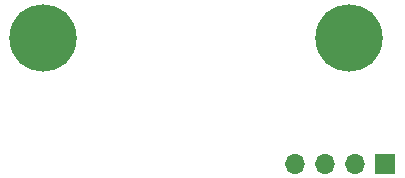
<source format=gbr>
%TF.GenerationSoftware,KiCad,Pcbnew,(6.0.8)*%
%TF.CreationDate,2023-02-11T17:00:45+01:00*%
%TF.ProjectId,BTS50010_TestBoard,42545335-3030-4313-905f-54657374426f,rev?*%
%TF.SameCoordinates,Original*%
%TF.FileFunction,Soldermask,Bot*%
%TF.FilePolarity,Negative*%
%FSLAX46Y46*%
G04 Gerber Fmt 4.6, Leading zero omitted, Abs format (unit mm)*
G04 Created by KiCad (PCBNEW (6.0.8)) date 2023-02-11 17:00:45*
%MOMM*%
%LPD*%
G01*
G04 APERTURE LIST*
%ADD10C,5.700000*%
%ADD11C,3.600000*%
%ADD12R,1.700000X1.700000*%
%ADD13O,1.700000X1.700000*%
G04 APERTURE END LIST*
D10*
%TO.C,H2*%
X61468000Y-30988000D03*
D11*
X61468000Y-30988000D03*
%TD*%
%TO.C,H1*%
X35560000Y-30988000D03*
D10*
X35560000Y-30988000D03*
%TD*%
D12*
%TO.C,J1*%
X64516000Y-41656000D03*
D13*
X61976000Y-41656000D03*
X59436000Y-41656000D03*
X56896000Y-41656000D03*
%TD*%
M02*

</source>
